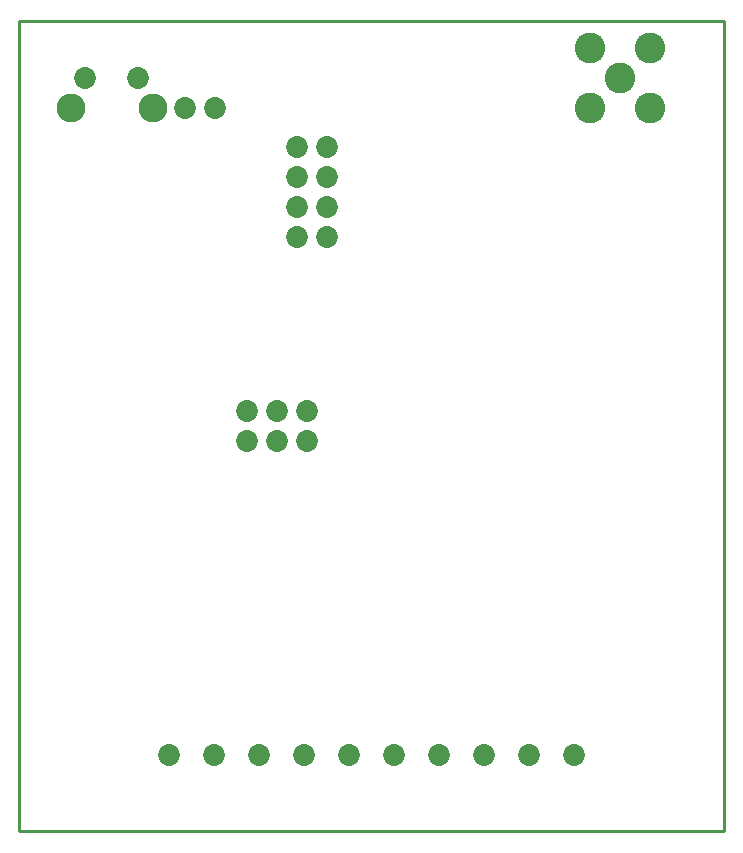
<source format=gbr>
G04 EAGLE Gerber RS-274X export*
G75*
%MOMM*%
%FSLAX34Y34*%
%LPD*%
%INSoldermask Bottom*%
%IPPOS*%
%AMOC8*
5,1,8,0,0,1.08239X$1,22.5*%
G01*
%ADD10C,1.853200*%
%ADD11C,2.603200*%
%ADD12C,2.453200*%
%ADD13C,0.254000*%


D10*
X218440Y330200D03*
X193040Y355600D03*
X193040Y330200D03*
X243840Y355600D03*
X243840Y330200D03*
X218440Y355600D03*
X234950Y502920D03*
X260350Y579120D03*
X260350Y553720D03*
X234950Y579120D03*
X234950Y553720D03*
X234950Y528320D03*
X260350Y528320D03*
X260350Y502920D03*
D11*
X508450Y637540D03*
X483050Y662940D03*
X483050Y612140D03*
X533850Y612140D03*
X533850Y662940D03*
D10*
X393700Y64770D03*
X355600Y64770D03*
X317500Y64770D03*
X279400Y64770D03*
X241300Y64770D03*
X203200Y64770D03*
X165100Y64770D03*
X127000Y64770D03*
X431800Y64770D03*
X469900Y64770D03*
X100950Y637540D03*
X55950Y637540D03*
D12*
X113450Y612540D03*
X43450Y612540D03*
D10*
X140750Y612140D03*
X166150Y612140D03*
D13*
X0Y0D02*
X596900Y0D01*
X596900Y685800D01*
X0Y685800D01*
X0Y0D01*
M02*

</source>
